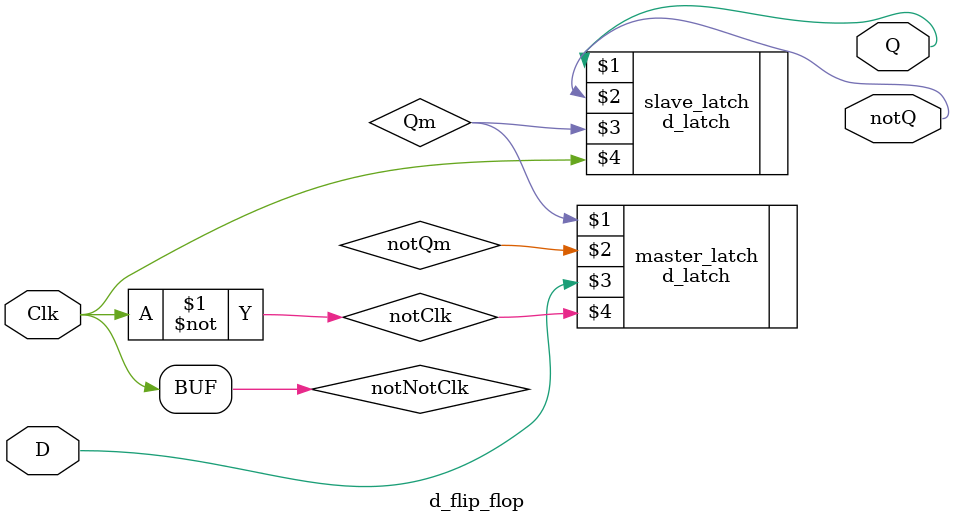
<source format=v>
`timescale 1ns / 1ps
`include "d_latch.v"


module d_flip_flop(Q, notQ, Clk, D);
    //declare all ports
    output wire Q, notQ;
    input wire Clk, D;
    //intermediate nets
    wire notClk;
    wire Qm; //output of master
    //notQm is used in instantiation
    //but left unconnected
    wire notQm;
    //instantiate the NOT gate, add 2ns delay to it
    //instantiate the D latches
    wire notNotClk;
    not #2 not0(notClk, Clk);
    not #2 not1(notNotClk, notClk);
    d_latch master_latch(Qm, notQm, D, notClk);
    d_latch slave_latch(Q, notQ, Qm, notNotClk);
    
endmodule

</source>
